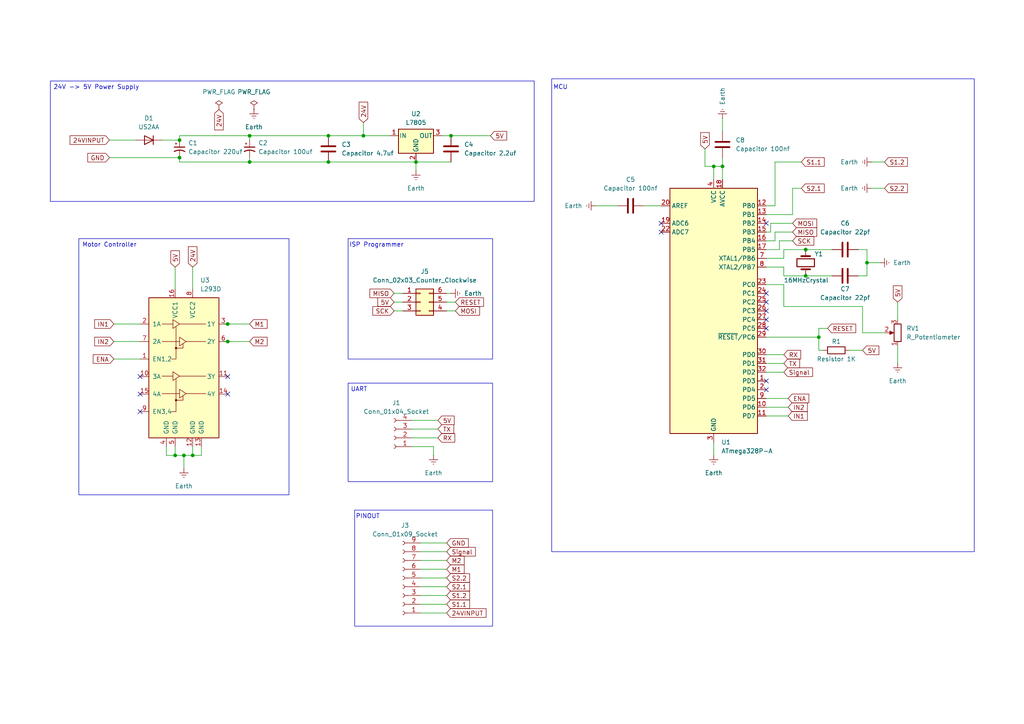
<source format=kicad_sch>
(kicad_sch (version 20231120) (generator "eeschema") (generator_version "8.0")
  (paper "A4")
  (title_block (title "Ball Valve") (date "2024-10-15") (rev "1") (company "IDR"))
  (lib_symbols
    (symbol "Connector:Conn_01x04_Socket" (pin_names (offset 1.016) hide)
      (property "Reference" "J" (at 0 5.08 0))
      (property "Value" "Conn_01x04_Socket" (at 0 -7.62 0))
      (symbol "Conn_01x04_Socket_1_1"
        (arc (start 0 -4.572) (mid -0.5058 -5.08) (end 0 -5.588) (stroke (width 0.1524)))
        (arc (start 0 -2.032) (mid -0.5058 -2.54) (end 0 -3.048) (stroke (width 0.1524)))
        (polyline (pts (xy -1.27 -5.08) (xy -0.508 -5.08)) (stroke (width 0.1524)))
        (polyline (pts (xy -1.27 -2.54) (xy -0.508 -2.54)) (stroke (width 0.1524)))
        (polyline (pts (xy -1.27 0) (xy -0.508 0)) (stroke (width 0.1524)))
        (polyline (pts (xy -1.27 2.54) (xy -0.508 2.54)) (stroke (width 0.1524)))
        (arc (start 0 0.508) (mid -0.5058 0) (end 0 -0.508) (stroke (width 0.1524)))
        (arc (start 0 3.048) (mid -0.5058 2.54) (end 0 2.032) (stroke (width 0.1524)))
        (pin passive line (at -5.08 2.54 0) (length 3.81) (name "Pin_1") (number "1"))
        (pin passive line (at -5.08 0 0) (length 3.81) (name "Pin_2") (number "2"))
        (pin passive line (at -5.08 -2.54 0) (length 3.81) (name "Pin_3") (number "3"))
        (pin passive line (at -5.08 -5.08 0) (length 3.81) (name "Pin_4") (number "4"))
      )
    )
    (symbol "Connector:Conn_01x09_Socket" (pin_names (offset 1.016) hide)
      (property "Reference" "J" (at 0 12.7 0))
      (property "Value" "Conn_01x09_Socket" (at 0 -12.7 0))
      (symbol "Conn_01x09_Socket_1_1"
        (arc (start 0 -9.652) (mid -0.5058 -10.16) (end 0 -10.668) (stroke (width 0.1524)))
        (arc (start 0 -7.112) (mid -0.5058 -7.62) (end 0 -8.128) (stroke (width 0.1524)))
        (arc (start 0 -4.572) (mid -0.5058 -5.08) (end 0 -5.588) (stroke (width 0.1524)))
        (arc (start 0 -2.032) (mid -0.5058 -2.54) (end 0 -3.048) (stroke (width 0.1524)))
        (polyline (pts (xy -1.27 -10.16) (xy -0.508 -10.16)) (stroke (width 0.1524)))
        (polyline (pts (xy -1.27 -7.62) (xy -0.508 -7.62)) (stroke (width 0.1524)))
        (polyline (pts (xy -1.27 -5.08) (xy -0.508 -5.08)) (stroke (width 0.1524)))
        (polyline (pts (xy -1.27 -2.54) (xy -0.508 -2.54)) (stroke (width 0.1524)))
        (polyline (pts (xy -1.27 0) (xy -0.508 0)) (stroke (width 0.1524)))
        (polyline (pts (xy -1.27 2.54) (xy -0.508 2.54)) (stroke (width 0.1524)))
        (polyline (pts (xy -1.27 5.08) (xy -0.508 5.08)) (stroke (width 0.1524)))
        (polyline (pts (xy -1.27 7.62) (xy -0.508 7.62)) (stroke (width 0.1524)))
        (polyline (pts (xy -1.27 10.16) (xy -0.508 10.16)) (stroke (width 0.1524)))
        (arc (start 0 0.508) (mid -0.5058 0) (end 0 -0.508) (stroke (width 0.1524)))
        (arc (start 0 3.048) (mid -0.5058 2.54) (end 0 2.032) (stroke (width 0.1524)))
        (arc (start 0 5.588) (mid -0.5058 5.08) (end 0 4.572) (stroke (width 0.1524)))
        (arc (start 0 8.128) (mid -0.5058 7.62) (end 0 7.112) (stroke (width 0.1524)))
        (arc (start 0 10.668) (mid -0.5058 10.16) (end 0 9.652) (stroke (width 0.1524)))
        (pin passive line (at -5.08 10.16 0) (length 3.81) (name "Pin_1") (number "1"))
        (pin passive line (at -5.08 7.62 0) (length 3.81) (name "Pin_2") (number "2"))
        (pin passive line (at -5.08 5.08 0) (length 3.81) (name "Pin_3") (number "3"))
        (pin passive line (at -5.08 2.54 0) (length 3.81) (name "Pin_4") (number "4"))
        (pin passive line (at -5.08 0 0) (length 3.81) (name "Pin_5") (number "5"))
        (pin passive line (at -5.08 -2.54 0) (length 3.81) (name "Pin_6") (number "6"))
        (pin passive line (at -5.08 -5.08 0) (length 3.81) (name "Pin_7") (number "7"))
        (pin passive line (at -5.08 -7.62 0) (length 3.81) (name "Pin_8") (number "8"))
        (pin passive line (at -5.08 -10.16 0) (length 3.81) (name "Pin_9") (number "9"))
      )
    )
    (symbol "Connector_Generic:Conn_02x03_Counter_Clockwise" (pin_names (offset 1.016) hide)
      (property "Reference" "J" (at 1.27 5.08 0))
      (property "Value" "Conn_02x03_Counter_Clockwise" (at 1.27 -5.08 0))
      (symbol "Conn_02x03_Counter_Clockwise_1_1"
        (rectangle (start -1.27 -2.413) (end 0 -2.667) (stroke (width 0.1524)))
        (rectangle (start -1.27 0.127) (end 0 -0.127) (stroke (width 0.1524)))
        (rectangle (start -1.27 2.667) (end 0 2.413) (stroke (width 0.1524)))
        (rectangle (start -1.27 3.81) (end 3.81 -3.81) (stroke (width 0.254)) (fill (type background)))
        (rectangle (start 3.81 -2.413) (end 2.54 -2.667) (stroke (width 0.1524)))
        (rectangle (start 3.81 0.127) (end 2.54 -0.127) (stroke (width 0.1524)))
        (rectangle (start 3.81 2.667) (end 2.54 2.413) (stroke (width 0.1524)))
        (pin passive line (at -5.08 2.54 0) (length 3.81) (name "Pin_1") (number "1"))
        (pin passive line (at -5.08 0 0) (length 3.81) (name "Pin_2") (number "2"))
        (pin passive line (at -5.08 -2.54 0) (length 3.81) (name "Pin_3") (number "3"))
        (pin passive line (at 7.62 -2.54 180) (length 3.81) (name "Pin_4") (number "4"))
        (pin passive line (at 7.62 0 180) (length 3.81) (name "Pin_5") (number "5"))
        (pin passive line (at 7.62 2.54 180) (length 3.81) (name "Pin_6") (number "6"))
      )
    )
    (symbol "Device:C" (pin_numbers hide) (pin_names (offset 0.254))
      (property "Reference" "C" (at 0.635 2.54 0))
      (property "Value" "C" (at 0.635 -2.54 0))
      (symbol "C_0_1"
        (polyline (pts (xy -2.032 -0.762) (xy 2.032 -0.762)) (stroke (width 0.508)))
        (polyline (pts (xy -2.032 0.762) (xy 2.032 0.762)) (stroke (width 0.508)))
      )
      (symbol "C_1_1"
        (pin passive line (at 0 3.81 270) (length 2.794) (name "~") (number "1"))
        (pin passive line (at 0 -3.81 90) (length 2.794) (name "~") (number "2"))
      )
    )
    (symbol "Device:C_Polarized_Small_US" (pin_numbers hide) (pin_names (offset 0.254) hide)
      (property "Reference" "C" (at 0.254 1.778 0))
      (property "Value" "C_Polarized_Small_US" (at 0.254 -2.032 0))
      (symbol "C_Polarized_Small_US_0_1"
        (polyline (pts (xy -1.524 0.508) (xy 1.524 0.508)) (stroke (width 0.3048)))
        (polyline (pts (xy -1.27 1.524) (xy -0.762 1.524)))
        (polyline (pts (xy -1.016 1.27) (xy -1.016 1.778)))
        (arc (start 1.524 -0.762) (mid 0 -0.3734) (end -1.524 -0.762) (stroke (width 0.3048)))
      )
      (symbol "C_Polarized_Small_US_1_1"
        (pin passive line (at 0 2.54 270) (length 2.032) (name "~") (number "1"))
        (pin passive line (at 0 -2.54 90) (length 2.032) (name "~") (number "2"))
      )
    )
    (symbol "Device:Crystal" (pin_numbers hide) (pin_names (offset 1.016) hide)
      (property "Reference" "Y" (at 0 3.81 0))
      (property "Value" "Crystal" (at 0 -3.81 0))
      (symbol "Crystal_0_1"
        (rectangle (start -1.143 2.54) (end 1.143 -2.54) (stroke (width 0.3048)))
        (polyline (pts (xy -2.54 0) (xy -1.905 0)))
        (polyline (pts (xy -1.905 -1.27) (xy -1.905 1.27)) (stroke (width 0.508)))
        (polyline (pts (xy 1.905 -1.27) (xy 1.905 1.27)) (stroke (width 0.508)))
        (polyline (pts (xy 2.54 0) (xy 1.905 0)))
      )
      (symbol "Crystal_1_1"
        (pin passive line (at -3.81 0 0) (length 1.27) (name "1") (number "1"))
        (pin passive line (at 3.81 0 180) (length 1.27) (name "2") (number "2"))
      )
    )
    (symbol "Device:R" (pin_numbers hide) (pin_names (offset 0))
      (property "Reference" "R" (at 2.032 0 90))
      (property "Value" "R" (at 0 0 90))
      (symbol "R_0_1"
        (rectangle (start -1.016 -2.54) (end 1.016 2.54) (stroke (width 0.254)))
      )
      (symbol "R_1_1"
        (pin passive line (at 0 3.81 270) (length 1.27) (name "~") (number "1"))
        (pin passive line (at 0 -3.81 90) (length 1.27) (name "~") (number "2"))
      )
    )
    (symbol "Device:R_Potentiometer" (pin_names (offset 1.016) hide)
      (property "Reference" "RV" (at -4.445 0 90))
      (property "Value" "R_Potentiometer" (at -2.54 0 90))
      (symbol "R_Potentiometer_0_1"
        (polyline (pts (xy 2.54 0) (xy 1.524 0)))
        (polyline (pts (xy 1.143 0) (xy 2.286 0.508) (xy 2.286 -0.508) (xy 1.143 0)) (fill (type outline)))
        (rectangle (start 1.016 2.54) (end -1.016 -2.54) (stroke (width 0.254)))
      )
      (symbol "R_Potentiometer_1_1"
        (pin passive line (at 0 3.81 270) (length 1.27) (name "1") (number "1"))
        (pin passive line (at 3.81 0 180) (length 1.27) (name "2") (number "2"))
        (pin passive line (at 0 -3.81 90) (length 1.27) (name "3") (number "3"))
      )
    )
    (symbol "Diode:US2AA" (pin_numbers hide) (pin_names hide)
      (property "Reference" "D" (at 0 2.54 0))
      (property "Value" "US2AA" (at 0 -2.54 0))
      (symbol "US2AA_0_1"
        (polyline (pts (xy -1.27 1.27) (xy -1.27 -1.27)) (stroke (width 0.254)))
        (polyline (pts (xy 1.27 0) (xy -1.27 0)))
        (polyline (pts (xy 1.27 1.27) (xy 1.27 -1.27) (xy -1.27 0) (xy 1.27 1.27)) (stroke (width 0.254)))
      )
      (symbol "US2AA_1_1"
        (pin passive line (at -3.81 0 0) (length 2.54) (name "K") (number "1"))
        (pin passive line (at 3.81 0 180) (length 2.54) (name "A") (number "2"))
      )
    )
    (symbol "Driver_Motor:L293D" (pin_names (offset 1.016))
      (property "Reference" "U" (at -5.08 26.035 0))
      (property "Value" "L293D" (at -5.08 24.13 0))
      (symbol "L293D_0_1"
        (rectangle (start -10.16 22.86) (end 10.16 -17.78) (stroke (width 0.254)) (fill (type background)))
        (circle (center -2.286 -6.858) (radius 0.254) (fill (type outline)))
        (circle (center -2.286 8.255) (radius 0.254) (fill (type outline)))
        (polyline (pts (xy -6.35 -4.953) (xy -1.27 -4.953)))
        (polyline (pts (xy -6.35 0.127) (xy -3.175 0.127)))
        (polyline (pts (xy -6.35 10.16) (xy -1.27 10.16)))
        (polyline (pts (xy -6.35 15.24) (xy -3.175 15.24)))
        (polyline (pts (xy -1.27 0.127) (xy 6.35 0.127)))
        (polyline (pts (xy -1.27 15.24) (xy 6.35 15.24)))
        (polyline (pts (xy 0.635 -4.953) (xy 6.35 -4.953)))
        (polyline (pts (xy 0.635 10.16) (xy 6.35 10.16)))
        (polyline (pts (xy -2.286 -6.858) (xy -0.254 -6.858) (xy -0.254 -5.588)))
        (polyline (pts (xy -2.286 -0.635) (xy -2.286 -10.16) (xy -3.556 -10.16)))
        (polyline (pts (xy -2.286 8.255) (xy -0.254 8.255) (xy -0.254 9.525)))
        (polyline (pts (xy -2.286 14.478) (xy -2.286 5.08) (xy -3.556 5.08)))
        (polyline (pts (xy -3.175 1.397) (xy -3.175 -1.143) (xy -1.27 0.127) (xy -3.175 1.397)))
        (polyline (pts (xy -3.175 16.51) (xy -3.175 13.97) (xy -1.27 15.24) (xy -3.175 16.51)))
        (polyline (pts (xy -1.27 -3.683) (xy -1.27 -6.223) (xy 0.635 -4.953) (xy -1.27 -3.683)))
        (polyline (pts (xy -1.27 11.43) (xy -1.27 8.89) (xy 0.635 10.16) (xy -1.27 11.43)))
      )
      (symbol "L293D_1_1"
        (pin input line (at -12.7 5.08 0) (length 2.54) (name "EN1,2") (number "1"))
        (pin input line (at -12.7 0 0) (length 2.54) (name "3A") (number "10"))
        (pin output line (at 12.7 0 180) (length 2.54) (name "3Y") (number "11"))
        (pin power_in line (at 2.54 -20.32 90) (length 2.54) (name "GND") (number "12"))
        (pin power_in line (at 5.08 -20.32 90) (length 2.54) (name "GND") (number "13"))
        (pin output line (at 12.7 -5.08 180) (length 2.54) (name "4Y") (number "14"))
        (pin input line (at -12.7 -5.08 0) (length 2.54) (name "4A") (number "15"))
        (pin power_in line (at -2.54 25.4 270) (length 2.54) (name "VCC1") (number "16"))
        (pin input line (at -12.7 15.24 0) (length 2.54) (name "1A") (number "2"))
        (pin output line (at 12.7 15.24 180) (length 2.54) (name "1Y") (number "3"))
        (pin power_in line (at -5.08 -20.32 90) (length 2.54) (name "GND") (number "4"))
        (pin power_in line (at -2.54 -20.32 90) (length 2.54) (name "GND") (number "5"))
        (pin output line (at 12.7 10.16 180) (length 2.54) (name "2Y") (number "6"))
        (pin input line (at -12.7 10.16 0) (length 2.54) (name "2A") (number "7"))
        (pin power_in line (at 2.54 25.4 270) (length 2.54) (name "VCC2") (number "8"))
        (pin input line (at -12.7 -10.16 0) (length 2.54) (name "EN3,4") (number "9"))
      )
    )
    (symbol "MCU_Microchip_ATmega:ATmega328P-A"
      (property "Reference" "U" (at -12.7 36.83 0))
      (property "Value" "ATmega328P-A" (at 2.54 -36.83 0))
      (symbol "ATmega328P-A_0_1"
        (rectangle (start -12.7 -35.56) (end 12.7 35.56) (stroke (width 0.254)) (fill (type background)))
      )
      (symbol "ATmega328P-A_1_1"
        (pin bidirectional line (at 15.24 -20.32 180) (length 2.54) (name "PD3") (number "1"))
        (pin bidirectional line (at 15.24 -27.94 180) (length 2.54) (name "PD6") (number "10"))
        (pin bidirectional line (at 15.24 -30.48 180) (length 2.54) (name "PD7") (number "11"))
        (pin bidirectional line (at 15.24 30.48 180) (length 2.54) (name "PB0") (number "12"))
        (pin bidirectional line (at 15.24 27.94 180) (length 2.54) (name "PB1") (number "13"))
        (pin bidirectional line (at 15.24 25.4 180) (length 2.54) (name "PB2") (number "14"))
        (pin bidirectional line (at 15.24 22.86 180) (length 2.54) (name "PB3") (number "15"))
        (pin bidirectional line (at 15.24 20.32 180) (length 2.54) (name "PB4") (number "16"))
        (pin bidirectional line (at 15.24 17.78 180) (length 2.54) (name "PB5") (number "17"))
        (pin power_in line (at 2.54 38.1 270) (length 2.54) (name "AVCC") (number "18"))
        (pin input line (at -15.24 25.4 0) (length 2.54) (name "ADC6") (number "19"))
        (pin bidirectional line (at 15.24 -22.86 180) (length 2.54) (name "PD4") (number "2"))
        (pin passive line (at -15.24 30.48 0) (length 2.54) (name "AREF") (number "20"))
        (pin passive line (at 0 -38.1 90) (length 2.54) hide (name "GND") (number "21"))
        (pin input line (at -15.24 22.86 0) (length 2.54) (name "ADC7") (number "22"))
        (pin bidirectional line (at 15.24 7.62 180) (length 2.54) (name "PC0") (number "23"))
        (pin bidirectional line (at 15.24 5.08 180) (length 2.54) (name "PC1") (number "24"))
        (pin bidirectional line (at 15.24 2.54 180) (length 2.54) (name "PC2") (number "25"))
        (pin bidirectional line (at 15.24 0 180) (length 2.54) (name "PC3") (number "26"))
        (pin bidirectional line (at 15.24 -2.54 180) (length 2.54) (name "PC4") (number "27"))
        (pin bidirectional line (at 15.24 -5.08 180) (length 2.54) (name "PC5") (number "28"))
        (pin bidirectional line (at 15.24 -7.62 180) (length 2.54) (name "~{RESET}/PC6") (number "29"))
        (pin power_in line (at 0 -38.1 90) (length 2.54) (name "GND") (number "3"))
        (pin bidirectional line (at 15.24 -12.7 180) (length 2.54) (name "PD0") (number "30"))
        (pin bidirectional line (at 15.24 -15.24 180) (length 2.54) (name "PD1") (number "31"))
        (pin bidirectional line (at 15.24 -17.78 180) (length 2.54) (name "PD2") (number "32"))
        (pin power_in line (at 0 38.1 270) (length 2.54) (name "VCC") (number "4"))
        (pin passive line (at 0 -38.1 90) (length 2.54) hide (name "GND") (number "5"))
        (pin passive line (at 0 38.1 270) (length 2.54) hide (name "VCC") (number "6"))
        (pin bidirectional line (at 15.24 15.24 180) (length 2.54) (name "XTAL1/PB6") (number "7"))
        (pin bidirectional line (at 15.24 12.7 180) (length 2.54) (name "XTAL2/PB7") (number "8"))
        (pin bidirectional line (at 15.24 -25.4 180) (length 2.54) (name "PD5") (number "9"))
      )
    )
    (symbol "Regulator_Linear:L7805" (pin_names (offset 0.254))
      (property "Reference" "U" (at -3.81 3.175 0))
      (property "Value" "L7805" (at 0 3.175 0))
      (symbol "L7805_0_1"
        (rectangle (start -5.08 1.905) (end 5.08 -5.08) (stroke (width 0.254)) (fill (type background)))
      )
      (symbol "L7805_1_1"
        (pin power_in line (at -7.62 0 0) (length 2.54) (name "IN") (number "1"))
        (pin power_in line (at 0 -7.62 90) (length 2.54) (name "GND") (number "2"))
        (pin power_out line (at 7.62 0 180) (length 2.54) (name "OUT") (number "3"))
      )
    )
    (symbol "power:Earth" (power) (pin_numbers hide) (pin_names (offset 0) hide)
      (property "Value" "Earth" (at 0 -3.81 0))
      (symbol "Earth_0_1"
        (polyline (pts (xy -0.635 -1.905) (xy 0.635 -1.905)))
        (polyline (pts (xy -0.127 -2.54) (xy 0.127 -2.54)))
        (polyline (pts (xy 0 -1.27) (xy 0 0)))
        (polyline (pts (xy 1.27 -1.27) (xy -1.27 -1.27)))
      )
      (symbol "Earth_1_1"
        (pin power_in line (at 0 0 270) (length 0) (name "~") (number "1"))
      )
    )
    (symbol "power:PWR_FLAG" (power) (pin_numbers hide) (pin_names (offset 0) hide)
      (property "Value" "PWR_FLAG" (at 0 3.81 0))
      (symbol "PWR_FLAG_0_0"
        (pin power_out line (at 0 0 90) (length 0) (name "~") (number "1"))
      )
      (symbol "PWR_FLAG_0_1"
        (polyline (pts (xy 0 0) (xy 0 1.27) (xy -1.016 1.905) (xy 0 2.54) (xy 1.016 1.905) (xy 0 1.27)))
      )
    )
  )
  (junction (at 72.39 39.37))
  (junction (at 50.8 132.08))
  (junction (at 105.41 39.37))
  (junction (at 120.65 46.99))
  (junction (at 95.25 46.99))
  (junction (at 95.25 39.37))
  (junction (at 72.39 46.99))
  (junction (at 66.04 99.06))
  (junction (at 237.49 97.79))
  (junction (at 52.07 45.72))
  (junction (at 233.68 80.01))
  (junction (at 251.46 76.2))
  (junction (at 130.81 39.37))
  (junction (at 209.55 48.26))
  (junction (at 207.01 48.26))
  (junction (at 233.68 72.39))
  (junction (at 52.07 40.64))
  (junction (at 66.04 93.98))
  (junction (at 55.88 132.08))
  (junction (at 53.34 132.08))
  (no_connect (at 66.04 114.3))
  (no_connect (at 222.25 64.77))
  (no_connect (at 66.04 109.22))
  (no_connect (at 191.77 64.77))
  (no_connect (at 222.25 87.63))
  (no_connect (at 222.25 110.49))
  (no_connect (at 40.64 109.22))
  (no_connect (at 40.64 119.38))
  (no_connect (at 222.25 92.71))
  (no_connect (at 222.25 113.03))
  (no_connect (at 222.25 85.09))
  (no_connect (at 222.25 95.25))
  (no_connect (at 40.64 114.3))
  (no_connect (at 191.77 67.31))
  (no_connect (at 222.25 90.17))
  (wire (pts (xy 55.88 129.54) (xy 55.88 132.08)))
  (wire (pts (xy 260.35 100.33) (xy 260.35 105.41)))
  (wire (pts (xy 46.99 40.64) (xy 52.07 40.64)))
  (wire (pts (xy 237.49 101.6) (xy 237.49 97.79)))
  (wire (pts (xy 119.38 124.46) (xy 127 124.46)))
  (wire (pts (xy 252.73 54.61) (xy 256.54 54.61)))
  (wire (pts (xy 222.25 105.41) (xy 227.33 105.41)))
  (wire (pts (xy 224.79 59.69) (xy 224.79 46.99)))
  (wire (pts (xy 72.39 46.99) (xy 95.25 46.99)))
  (wire (pts (xy 229.87 54.61) (xy 232.41 54.61)))
  (wire (pts (xy 227.33 80.01) (xy 233.68 80.01)))
  (wire (pts (xy 222.25 82.55) (xy 227.33 82.55)))
  (wire (pts (xy 233.68 72.39) (xy 241.3 72.39)))
  (wire (pts (xy 53.34 132.08) (xy 55.88 132.08)))
  (wire (pts (xy 114.3 90.17) (xy 116.84 90.17)))
  (wire (pts (xy 260.35 87.63) (xy 260.35 92.71)))
  (wire (pts (xy 227.33 88.9) (xy 250.19 88.9)))
  (wire (pts (xy 119.38 129.54) (xy 125.73 129.54)))
  (wire (pts (xy 95.25 39.37) (xy 105.41 39.37)))
  (wire (pts (xy 222.25 115.57) (xy 228.6 115.57)))
  (wire (pts (xy 52.07 39.37) (xy 52.07 40.64)))
  (wire (pts (xy 186.69 59.69) (xy 191.77 59.69)))
  (wire (pts (xy 222.25 72.39) (xy 226.06 72.39)))
  (wire (pts (xy 33.02 104.14) (xy 40.64 104.14)))
  (wire (pts (xy 121.92 160.02) (xy 129.54 160.02)))
  (wire (pts (xy 250.19 88.9) (xy 250.19 96.52)))
  (wire (pts (xy 207.01 48.26) (xy 209.55 48.26)))
  (wire (pts (xy 121.92 162.56) (xy 129.54 162.56)))
  (wire (pts (xy 227.33 74.93) (xy 227.33 72.39)))
  (wire (pts (xy 223.52 67.31) (xy 222.25 67.31)))
  (wire (pts (xy 251.46 80.01) (xy 251.46 76.2)))
  (wire (pts (xy 48.26 129.54) (xy 48.26 132.08)))
  (wire (pts (xy 222.25 62.23) (xy 229.87 62.23)))
  (wire (pts (xy 222.25 74.93) (xy 227.33 74.93)))
  (wire (pts (xy 121.92 165.1) (xy 129.54 165.1)))
  (wire (pts (xy 121.92 157.48) (xy 129.54 157.48)))
  (wire (pts (xy 209.55 45.72) (xy 209.55 48.26)))
  (wire (pts (xy 114.3 85.09) (xy 116.84 85.09)))
  (wire (pts (xy 252.73 46.99) (xy 256.54 46.99)))
  (wire (pts (xy 246.38 101.6) (xy 250.19 101.6)))
  (wire (pts (xy 31.75 45.72) (xy 52.07 45.72)))
  (wire (pts (xy 223.52 64.77) (xy 223.52 67.31)))
  (wire (pts (xy 222.25 102.87) (xy 227.33 102.87)))
  (wire (pts (xy 172.72 59.69) (xy 179.07 59.69)))
  (wire (pts (xy 222.25 107.95) (xy 227.33 107.95)))
  (wire (pts (xy 119.38 121.92) (xy 127 121.92)))
  (wire (pts (xy 66.04 99.06) (xy 72.39 99.06)))
  (wire (pts (xy 222.25 118.11) (xy 228.6 118.11)))
  (wire (pts (xy 52.07 39.37) (xy 72.39 39.37)))
  (wire (pts (xy 48.26 132.08) (xy 50.8 132.08)))
  (wire (pts (xy 72.39 39.37) (xy 72.39 40.64)))
  (wire (pts (xy 209.55 48.26) (xy 209.55 52.07)))
  (wire (pts (xy 129.54 85.09) (xy 130.81 85.09)))
  (wire (pts (xy 121.92 170.18) (xy 129.54 170.18)))
  (wire (pts (xy 229.87 62.23) (xy 229.87 54.61)))
  (wire (pts (xy 224.79 67.31) (xy 224.79 69.85)))
  (wire (pts (xy 227.33 77.47) (xy 227.33 80.01)))
  (wire (pts (xy 226.06 69.85) (xy 226.06 72.39)))
  (wire (pts (xy 114.3 87.63) (xy 116.84 87.63)))
  (wire (pts (xy 120.65 46.99) (xy 130.81 46.99)))
  (wire (pts (xy 72.39 45.72) (xy 72.39 46.99)))
  (wire (pts (xy 58.42 132.08) (xy 58.42 129.54)))
  (wire (pts (xy 222.25 97.79) (xy 237.49 97.79)))
  (wire (pts (xy 224.79 69.85) (xy 222.25 69.85)))
  (wire (pts (xy 233.68 80.01) (xy 241.3 80.01)))
  (wire (pts (xy 121.92 172.72) (xy 129.54 172.72)))
  (wire (pts (xy 224.79 67.31) (xy 229.87 67.31)))
  (wire (pts (xy 105.41 35.56) (xy 105.41 39.37)))
  (wire (pts (xy 237.49 101.6) (xy 238.76 101.6)))
  (wire (pts (xy 120.65 46.99) (xy 120.65 49.53)))
  (wire (pts (xy 222.25 77.47) (xy 227.33 77.47)))
  (wire (pts (xy 33.02 93.98) (xy 40.64 93.98)))
  (wire (pts (xy 50.8 129.54) (xy 50.8 132.08)))
  (wire (pts (xy 130.81 39.37) (xy 128.27 39.37)))
  (wire (pts (xy 50.8 132.08) (xy 53.34 132.08)))
  (wire (pts (xy 204.47 48.26) (xy 204.47 43.18)))
  (wire (pts (xy 222.25 59.69) (xy 224.79 59.69)))
  (wire (pts (xy 52.07 46.99) (xy 72.39 46.99)))
  (wire (pts (xy 207.01 48.26) (xy 207.01 52.07)))
  (wire (pts (xy 72.39 39.37) (xy 95.25 39.37)))
  (wire (pts (xy 240.03 95.25) (xy 237.49 95.25)))
  (wire (pts (xy 55.88 77.47) (xy 55.88 83.82)))
  (wire (pts (xy 33.02 99.06) (xy 40.64 99.06)))
  (wire (pts (xy 248.92 80.01) (xy 251.46 80.01)))
  (wire (pts (xy 130.81 39.37) (xy 142.24 39.37)))
  (wire (pts (xy 250.19 96.52) (xy 256.54 96.52)))
  (wire (pts (xy 53.34 132.08) (xy 53.34 135.89)))
  (wire (pts (xy 207.01 128.27) (xy 207.01 132.08)))
  (wire (pts (xy 251.46 76.2) (xy 255.27 76.2)))
  (wire (pts (xy 95.25 46.99) (xy 120.65 46.99)))
  (wire (pts (xy 121.92 177.8) (xy 129.54 177.8)))
  (wire (pts (xy 129.54 90.17) (xy 132.08 90.17)))
  (wire (pts (xy 121.92 175.26) (xy 129.54 175.26)))
  (wire (pts (xy 224.79 46.99) (xy 232.41 46.99)))
  (wire (pts (xy 119.38 127) (xy 127 127)))
  (wire (pts (xy 237.49 95.25) (xy 237.49 97.79)))
  (wire (pts (xy 105.41 39.37) (xy 113.03 39.37)))
  (wire (pts (xy 223.52 64.77) (xy 229.87 64.77)))
  (wire (pts (xy 129.54 87.63) (xy 132.08 87.63)))
  (wire (pts (xy 209.55 34.29) (xy 209.55 38.1)))
  (wire (pts (xy 64.77 99.06) (xy 66.04 99.06)))
  (wire (pts (xy 227.33 72.39) (xy 233.68 72.39)))
  (wire (pts (xy 50.8 77.47) (xy 50.8 83.82)))
  (wire (pts (xy 222.25 120.65) (xy 228.6 120.65)))
  (wire (pts (xy 204.47 48.26) (xy 207.01 48.26)))
  (wire (pts (xy 226.06 69.85) (xy 229.87 69.85)))
  (wire (pts (xy 121.92 167.64) (xy 129.54 167.64)))
  (wire (pts (xy 227.33 82.55) (xy 227.33 88.9)))
  (wire (pts (xy 31.75 40.64) (xy 39.37 40.64)))
  (wire (pts (xy 66.04 93.98) (xy 72.39 93.98)))
  (wire (pts (xy 125.73 129.54) (xy 125.73 132.08)))
  (wire (pts (xy 64.77 93.98) (xy 66.04 93.98)))
  (wire (pts (xy 55.88 132.08) (xy 58.42 132.08)))
  (wire (pts (xy 251.46 72.39) (xy 248.92 72.39)))
  (wire (pts (xy 251.46 76.2) (xy 251.46 72.39)))
  (wire (pts (xy 52.07 46.99) (xy 52.07 45.72)))
  (rectangle (start 22.86 69.215) (end 83.82 143.51))
  (rectangle (start 102.87 147.955) (end 142.875 181.61))
  (rectangle (start 160.02 22.86) (end 282.575 160.02))
  (rectangle (start 14.605 23.495) (end 154.94 58.42))
  (rectangle (start 100.965 111.125) (end 142.875 139.7))
  (rectangle (start 100.965 69.215) (end 142.875 104.14))
  (text "UART" (at 104.14 113.03 0) (effects (font (size 1.27 1.27))))
  (text "24V -> 5V Power Supply" (at 27.94 25.4 0) (effects (font (size 1.27 1.27))))
  (text "PINOUT" (at 106.68 149.86 0) (effects (font (size 1.27 1.27))))
  (text "MCU\n" (at 162.56 25.4 0) (effects (font (size 1.27 1.27))))
  (text "ISP Programmer" (at 109.22 71.12 0) (effects (font (size 1.27 1.27))))
  (text "Motor Controller" (at 31.75 71.12 0) (effects (font (size 1.27 1.27))))
  (global_label "24V" (shape input) (at 55.88 77.47 90) (property "Intersheetrefs" "${INTERSHEET_REFS}" (effects (hide yes))))
  (global_label "S2.1" (shape input) (at 129.54 170.18 0) (property "Intersheetrefs" "${INTERSHEET_REFS}" (effects (hide yes))))
  (global_label "5V" (shape input) (at 250.19 101.6 0) (property "Intersheetrefs" "${INTERSHEET_REFS}" (effects (hide yes))))
  (global_label "5V" (shape input) (at 204.47 43.18 90) (property "Intersheetrefs" "${INTERSHEET_REFS}" (effects (hide yes))))
  (global_label "M2" (shape input) (at 129.54 162.56 0) (property "Intersheetrefs" "${INTERSHEET_REFS}" (effects (hide yes))))
  (global_label "Signal" (shape input) (at 129.54 160.02 0) (property "Intersheetrefs" "${INTERSHEET_REFS}" (effects (hide yes))))
  (global_label "M2" (shape input) (at 72.39 99.06 0) (property "Intersheetrefs" "${INTERSHEET_REFS}" (effects (hide yes))))
  (global_label "MISO" (shape input) (at 229.87 67.31 0) (property "Intersheetrefs" "${INTERSHEET_REFS}" (effects (hide yes))))
  (global_label "IN1" (shape input) (at 33.02 93.98 180) (property "Intersheetrefs" "${INTERSHEET_REFS}" (effects (hide yes))))
  (global_label "ENA" (shape input) (at 33.02 104.14 180) (property "Intersheetrefs" "${INTERSHEET_REFS}" (effects (hide yes))))
  (global_label "MISO" (shape input) (at 114.3 85.09 180) (property "Intersheetrefs" "${INTERSHEET_REFS}" (effects (hide yes))))
  (global_label "24VINPUT" (shape input) (at 31.75 40.64 180) (property "Intersheetrefs" "${INTERSHEET_REFS}" (effects (hide yes))))
  (global_label "Signal" (shape input) (at 227.33 107.95 0) (property "Intersheetrefs" "${INTERSHEET_REFS}" (effects (hide yes))))
  (global_label "ENA" (shape input) (at 228.6 115.57 0) (property "Intersheetrefs" "${INTERSHEET_REFS}" (effects (hide yes))))
  (global_label "IN1" (shape input) (at 228.6 120.65 0) (property "Intersheetrefs" "${INTERSHEET_REFS}" (effects (hide yes))))
  (global_label "24V" (shape input) (at 105.41 35.56 90) (property "Intersheetrefs" "${INTERSHEET_REFS}" (effects (hide yes))))
  (global_label "S1.2" (shape input) (at 256.54 46.99 0) (property "Intersheetrefs" "${INTERSHEET_REFS}" (effects (hide yes))))
  (global_label "RESET" (shape input) (at 132.08 87.63 0) (property "Intersheetrefs" "${INTERSHEET_REFS}" (effects (hide yes))))
  (global_label "GND" (shape input) (at 129.54 157.48 0) (property "Intersheetrefs" "${INTERSHEET_REFS}" (effects (hide yes))))
  (global_label "5V" (shape input) (at 114.3 87.63 180) (property "Intersheetrefs" "${INTERSHEET_REFS}" (effects (hide yes))))
  (global_label "RX" (shape input) (at 127 127 0) (property "Intersheetrefs" "${INTERSHEET_REFS}" (effects (hide yes))))
  (global_label "MOSI" (shape input) (at 229.87 64.77 0) (property "Intersheetrefs" "${INTERSHEET_REFS}" (effects (hide yes))))
  (global_label "S2.2" (shape input) (at 129.54 167.64 0) (property "Intersheetrefs" "${INTERSHEET_REFS}" (effects (hide yes))))
  (global_label "5V" (shape input) (at 260.35 87.63 90) (property "Intersheetrefs" "${INTERSHEET_REFS}" (effects (hide yes))))
  (global_label "24V" (shape input) (at 63.5 31.75 270) (property "Intersheetrefs" "${INTERSHEET_REFS}" (effects (hide yes))))
  (global_label "5V" (shape input) (at 127 121.92 0) (property "Intersheetrefs" "${INTERSHEET_REFS}" (effects (hide yes))))
  (global_label "S2.2" (shape input) (at 256.54 54.61 0) (property "Intersheetrefs" "${INTERSHEET_REFS}" (effects (hide yes))))
  (global_label "S1.2" (shape input) (at 129.54 172.72 0) (property "Intersheetrefs" "${INTERSHEET_REFS}" (effects (hide yes))))
  (global_label "GND" (shape input) (at 31.75 45.72 180) (property "Intersheetrefs" "${INTERSHEET_REFS}" (effects (hide yes))))
  (global_label "IN2" (shape input) (at 228.6 118.11 0) (property "Intersheetrefs" "${INTERSHEET_REFS}" (effects (hide yes))))
  (global_label "M1" (shape input) (at 72.39 93.98 0) (property "Intersheetrefs" "${INTERSHEET_REFS}" (effects (hide yes))))
  (global_label "RX" (shape input) (at 227.33 102.87 0) (property "Intersheetrefs" "${INTERSHEET_REFS}" (effects (hide yes))))
  (global_label "MOSI" (shape input) (at 132.08 90.17 0) (property "Intersheetrefs" "${INTERSHEET_REFS}" (effects (hide yes))))
  (global_label "SCK" (shape input) (at 114.3 90.17 180) (property "Intersheetrefs" "${INTERSHEET_REFS}" (effects (hide yes))))
  (global_label "S1.1" (shape input) (at 232.41 46.99 0) (property "Intersheetrefs" "${INTERSHEET_REFS}" (effects (hide yes))))
  (global_label "RESET" (shape input) (at 240.03 95.25 0) (property "Intersheetrefs" "${INTERSHEET_REFS}" (effects (hide yes))))
  (global_label "S2.1" (shape input) (at 232.41 54.61 0) (property "Intersheetrefs" "${INTERSHEET_REFS}" (effects (hide yes))))
  (global_label "24VINPUT" (shape input) (at 129.54 177.8 0) (property "Intersheetrefs" "${INTERSHEET_REFS}" (effects (hide yes))))
  (global_label "M1" (shape input) (at 129.54 165.1 0) (property "Intersheetrefs" "${INTERSHEET_REFS}" (effects (hide yes))))
  (global_label "S1.1" (shape input) (at 129.54 175.26 0) (property "Intersheetrefs" "${INTERSHEET_REFS}" (effects (hide yes))))
  (global_label "5V" (shape input) (at 50.8 77.47 90) (property "Intersheetrefs" "${INTERSHEET_REFS}" (effects (hide yes))))
  (global_label "TX" (shape input) (at 127 124.46 0) (property "Intersheetrefs" "${INTERSHEET_REFS}" (effects (hide yes))))
  (global_label "IN2" (shape input) (at 33.02 99.06 180) (property "Intersheetrefs" "${INTERSHEET_REFS}" (effects (hide yes))))
  (global_label "SCK" (shape input) (at 229.87 69.85 0) (property "Intersheetrefs" "${INTERSHEET_REFS}" (effects (hide yes))))
  (global_label "5V" (shape input) (at 142.24 39.37 0) (property "Intersheetrefs" "${INTERSHEET_REFS}" (effects (hide yes))))
  (global_label "TX" (shape input) (at 227.33 105.41 0) (property "Intersheetrefs" "${INTERSHEET_REFS}" (effects (hide yes))))
  (symbol (lib_id "Device:R_Potentiometer") (at 260.35 96.52 180) (unit 1)
    (property "Reference" "RV1" (at 262.89 95.2499 0) (effects (justify right)))
    (property "Value" "R_Potentiometer" (at 262.89 97.7899 0) (effects (justify right)))
    (property "Footprint" "Potentiometer_THT:Potentiometer_Piher_PT-10-V10_Vertical_Hole" (effects (hide yes)))
    (property "Description" "Potentiometer" (effects (hide yes)))
  )
  (symbol (lib_id "Device:C") (at 245.11 80.01 90) (unit 1)
    (property "Reference" "C7" (at 245.11 83.82 90))
    (property "Value" "Capacitor 22pf" (at 245.11 86.36 90))
    (property "Footprint" "Capacitor_SMD:C_0805_2012Metric_Pad1.18x1.45mm_HandSolder" (effects (hide yes)))
    (property "Description" "Unpolarized capacitor" (effects (hide yes)))
  )
  (symbol (lib_id "Regulator_Linear:L7805") (at 120.65 39.37 0) (unit 1)
    (property "Reference" "U2" (at 120.65 33.02 0))
    (property "Value" "L7805" (at 120.65 35.56 0))
    (property "Footprint" "Package_TO_SOT_SMD:TO-252-2" (effects (hide yes)))
    (property "Datasheet" "http://www.st.com/content/ccc/resource/technical/document/datasheet/41/4f/b3/b0/12/d4/47/88/CD00000444.pdf/files/CD00000444.pdf/jcr:content/translations/en.CD00000444.pdf" (effects (hide yes)))
    (property "Description" "Positive 1.5A 35V Linear Regulator, Fixed Output 5V, TO-220/TO-263/TO-252" (effects (hide yes)))
  )
  (symbol (lib_id "Device:C_Polarized_Small_US") (at 72.39 43.18 0) (unit 1)
    (property "Reference" "C2" (at 74.93 41.4781 0) (effects (justify left)))
    (property "Value" "Capacitor 100uf" (at 74.93 44.0181 0) (effects (justify left)))
    (property "Footprint" "Capacitor_SMD:CP_Elec_6.3x7.7" (effects (hide yes)))
    (property "Description" "Polarized capacitor, small US symbol" (effects (hide yes)))
  )
  (symbol (lib_id "power:Earth") (at 207.01 132.08 0) (unit 1)
    (property "Reference" "#PWR03" (effects (hide yes)))
    (property "Value" "Earth" (at 207.01 137.16 0))
    (property "Description" "Power symbol creates a global label with name \"Earth\"" (effects (hide yes)))
  )
  (symbol (lib_id "Device:C") (at 182.88 59.69 90) (unit 1)
    (property "Reference" "C5" (at 182.88 52.07 90))
    (property "Value" "Capacitor 100nf" (at 182.88 54.61 90))
    (property "Footprint" "Capacitor_SMD:C_0805_2012Metric_Pad1.18x1.45mm_HandSolder" (effects (hide yes)))
    (property "Description" "Unpolarized capacitor" (effects (hide yes)))
  )
  (symbol (lib_id "Driver_Motor:L293D") (at 53.34 109.22 0) (unit 1)
    (property "Reference" "U3" (at 58.0741 81.28 0) (effects (justify left)))
    (property "Value" "L293D" (at 58.0741 83.82 0) (effects (justify left)))
    (property "Footprint" "Package_DIP:DIP-16_W7.62mm" (effects (hide yes)))
    (property "Datasheet" "http://www.ti.com/lit/ds/symlink/l293.pdf" (effects (hide yes)))
    (property "Description" "Quadruple Half-H Drivers" (effects (hide yes)))
  )
  (symbol (lib_id "power:Earth") (at 252.73 46.99 270) (unit 1)
    (property "Reference" "#PWR05" (effects (hide yes)))
    (property "Value" "Earth" (at 248.92 46.99 90) (effects (justify right)))
    (property "Description" "Power symbol creates a global label with name \"Earth\"" (effects (hide yes)))
  )
  (symbol (lib_id "power:Earth") (at 172.72 59.69 270) (unit 1)
    (property "Reference" "#PWR02" (effects (hide yes)))
    (property "Value" "Earth" (at 168.91 59.6899 90) (effects (justify right)))
    (property "Description" "Power symbol creates a global label with name \"Earth\"" (effects (hide yes)))
  )
  (symbol (lib_id "Diode:US2AA") (at 43.18 40.64 180) (unit 1)
    (property "Reference" "D1" (at 43.18 34.29 0))
    (property "Value" "US2AA" (at 43.18 36.83 0))
    (property "Footprint" "Diode_SMD:D_SMB" (effects (hide yes)))
    (property "Datasheet" "https://www.onsemi.com/pub/Collateral/US2AA-D.PDF" (effects (hide yes)))
    (property "Description" "50V, 1.5A, General Purpose Rectifier Diode, SMA(DO-214AC)" (effects (hide yes)))
    (property "Sim.Device" "D" (effects (hide yes)))
    (property "Sim.Pins" "1=K 2=A" (effects (hide yes)))
  )
  (symbol (lib_id "Device:C_Polarized_Small_US") (at 52.07 43.18 0) (unit 1)
    (property "Reference" "C1" (at 54.61 41.4781 0) (effects (justify left)))
    (property "Value" "Capacitor 220uf" (at 54.61 44.0181 0) (effects (justify left)))
    (property "Footprint" "Capacitor_SMD:CP_Elec_10x10.5" (effects (hide yes)))
    (property "Description" "Polarized capacitor, small US symbol" (effects (hide yes)))
  )
  (symbol (lib_id "power:Earth") (at 130.81 85.09 90) (unit 1)
    (property "Reference" "#PWR010" (effects (hide yes)))
    (property "Value" "Earth" (at 134.62 85.0899 90) (effects (justify right)))
    (property "Description" "Power symbol creates a global label with name \"Earth\"" (effects (hide yes)))
  )
  (symbol (lib_id "power:PWR_FLAG") (at 63.5 31.75 0) (unit 1)
    (property "Reference" "#FLG01" (effects (hide yes)))
    (property "Value" "PWR_FLAG" (at 63.5 26.67 0))
    (property "Description" "Special symbol for telling ERC where power comes from" (effects (hide yes)))
  )
  (symbol (lib_id "power:Earth") (at 260.35 105.41 0) (unit 1)
    (property "Reference" "#PWR08" (effects (hide yes)))
    (property "Value" "Earth" (at 260.35 110.49 0))
    (property "Description" "Power symbol creates a global label with name \"Earth\"" (effects (hide yes)))
  )
  (symbol (lib_id "Connector:Conn_01x04_Socket") (at 114.3 127 180) (unit 1)
    (property "Reference" "J1" (at 114.935 116.84 0))
    (property "Value" "Conn_01x04_Socket" (at 114.935 119.38 0))
    (property "Footprint" "Connector_PinHeader_2.54mm:PinHeader_1x04_P2.54mm_Vertical" (effects (hide yes)))
    (property "Description" "Generic connector, single row, 01x04, script generated" (effects (hide yes)))
  )
  (symbol (lib_id "Device:C") (at 245.11 72.39 90) (unit 1)
    (property "Reference" "C6" (at 245.11 64.77 90))
    (property "Value" "Capacitor 22pf" (at 245.11 67.31 90))
    (property "Footprint" "Capacitor_SMD:C_0805_2012Metric_Pad1.18x1.45mm_HandSolder" (effects (hide yes)))
    (property "Description" "Unpolarized capacitor" (effects (hide yes)))
  )
  (symbol (lib_id "power:Earth") (at 125.73 132.08 0) (unit 1)
    (property "Reference" "#PWR011" (effects (hide yes)))
    (property "Value" "Earth" (at 125.73 137.16 0))
    (property "Description" "Power symbol creates a global label with name \"Earth\"" (effects (hide yes)))
  )
  (symbol (lib_id "Connector_Generic:Conn_02x03_Counter_Clockwise") (at 121.92 87.63 0) (unit 1)
    (property "Reference" "J5" (at 123.19 78.74 0))
    (property "Value" "Conn_02x03_Counter_Clockwise" (at 123.19 81.28 0))
    (property "Footprint" "Connector_PinHeader_2.54mm:PinHeader_2x03_P2.54mm_Vertical" (effects (hide yes)))
    (property "Description" "Generic connector, double row, 02x03, counter clockwise pin numbering scheme (similar to DIP package numbering), script generated (kicad-library-utils/schlib/autogen/connector/)" (effects (hide yes)))
  )
  (symbol (lib_id "power:Earth") (at 120.65 49.53 0) (unit 1)
    (property "Reference" "#PWR01" (effects (hide yes)))
    (property "Value" "Earth" (at 120.65 54.61 0))
    (property "Description" "Power symbol creates a global label with name \"Earth\"" (effects (hide yes)))
  )
  (symbol (lib_id "Device:C") (at 130.81 43.18 0) (unit 1)
    (property "Reference" "C4" (at 134.62 41.9099 0) (effects (justify left)))
    (property "Value" "Capacitor 2.2uf" (at 134.62 44.45 0) (effects (justify left)))
    (property "Footprint" "Capacitor_SMD:C_0805_2012Metric_Pad1.18x1.45mm_HandSolder" (effects (hide yes)))
    (property "Description" "Unpolarized capacitor" (effects (hide yes)))
  )
  (symbol (lib_id "power:Earth") (at 73.66 31.75 0) (unit 1)
    (property "Reference" "#PWR012" (effects (hide yes)))
    (property "Value" "Earth" (at 73.66 36.83 0))
    (property "Description" "Power symbol creates a global label with name \"Earth\"" (effects (hide yes)))
  )
  (symbol (lib_id "power:Earth") (at 53.34 135.89 0) (unit 1)
    (property "Reference" "#PWR09" (effects (hide yes)))
    (property "Value" "Earth" (at 53.34 140.97 0))
    (property "Description" "Power symbol creates a global label with name \"Earth\"" (effects (hide yes)))
  )
  (symbol (lib_id "Device:R") (at 242.57 101.6 90) (unit 1)
    (property "Reference" "R1" (at 242.57 99.06 90))
    (property "Value" "Resistor 1K" (at 242.57 104.14 90))
    (property "Footprint" "Resistor_SMD:R_0805_2012Metric_Pad1.20x1.40mm_HandSolder" (effects (hide yes)))
    (property "Description" "Resistor" (effects (hide yes)))
  )
  (symbol (lib_id "Device:C") (at 209.55 41.91 180) (unit 1)
    (property "Reference" "C8" (at 213.36 40.6399 0) (effects (justify right)))
    (property "Value" "Capacitor 100nf" (at 213.36 43.1799 0) (effects (justify right)))
    (property "Footprint" "Capacitor_SMD:C_0805_2012Metric_Pad1.18x1.45mm_HandSolder" (effects (hide yes)))
    (property "Description" "Unpolarized capacitor" (effects (hide yes)))
  )
  (symbol (lib_id "Device:C") (at 95.25 43.18 0) (unit 1)
    (property "Reference" "C3" (at 99.06 41.9099 0) (effects (justify left)))
    (property "Value" "Capacitor 4.7uf" (at 99.06 44.45 0) (effects (justify left)))
    (property "Footprint" "Capacitor_SMD:C_0805_2012Metric_Pad1.18x1.45mm_HandSolder" (effects (hide yes)))
    (property "Description" "Unpolarized capacitor" (effects (hide yes)))
  )
  (symbol (lib_id "Connector:Conn_01x09_Socket") (at 116.84 167.64 180) (unit 1)
    (property "Reference" "J3" (at 117.475 152.4 0))
    (property "Value" "Conn_01x09_Socket" (at 117.475 154.94 0))
    (property "Footprint" "Connector_PinHeader_2.54mm:PinHeader_1x09_P2.54mm_Vertical" (effects (hide yes)))
    (property "Description" "Generic connector, single row, 01x09, script generated" (effects (hide yes)))
  )
  (symbol (lib_id "power:Earth") (at 209.55 34.29 180) (unit 1)
    (property "Reference" "#PWR07" (effects (hide yes)))
    (property "Value" "Earth" (at 209.55 30.48 90) (effects (justify right)))
    (property "Description" "Power symbol creates a global label with name \"Earth\"" (effects (hide yes)))
  )
  (symbol (lib_id "MCU_Microchip_ATmega:ATmega328P-A") (at 207.01 90.17 0) (unit 1)
    (property "Reference" "U1" (at 209.2041 128.27 0) (effects (justify left)))
    (property "Value" "ATmega328P-A" (at 209.2041 130.81 0) (effects (justify left)))
    (property "Footprint" "Package_QFP:TQFP-32_7x7mm_P0.8mm" (effects (hide yes)))
    (property "Datasheet" "http://ww1.microchip.com/downloads/en/DeviceDoc/ATmega328_P%20AVR%20MCU%20with%20picoPower%20Technology%20Data%20Sheet%2040001984A.pdf" (effects (hide yes)))
    (property "Description" "20MHz, 32kB Flash, 2kB SRAM, 1kB EEPROM, TQFP-32" (effects (hide yes)))
  )
  (symbol (lib_id "Device:Crystal") (at 233.68 76.2 90) (unit 1)
    (property "Reference" "Y1" (at 236.22 73.66 90) (effects (justify right)))
    (property "Value" "16MHzCrystal" (at 227.33 81.28 90) (effects (justify right)))
    (property "Footprint" "Crystal:Crystal_SMD_HC49-SD" (effects (hide yes)))
    (property "Description" "Two pin crystal" (effects (hide yes)))
  )
  (symbol (lib_id "power:Earth") (at 252.73 54.61 270) (unit 1)
    (property "Reference" "#PWR06" (effects (hide yes)))
    (property "Value" "Earth" (at 248.92 54.61 90) (effects (justify right)))
    (property "Description" "Power symbol creates a global label with name \"Earth\"" (effects (hide yes)))
  )
  (symbol (lib_id "power:Earth") (at 255.27 76.2 90) (unit 1)
    (property "Reference" "#PWR04" (effects (hide yes)))
    (property "Value" "Earth" (at 259.08 76.1999 90) (effects (justify right)))
    (property "Description" "Power symbol creates a global label with name \"Earth\"" (effects (hide yes)))
  )
  (symbol (lib_id "power:PWR_FLAG") (at 73.66 31.75 0) (unit 1)
    (property "Reference" "#FLG02" (effects (hide yes)))
    (property "Value" "PWR_FLAG" (at 73.66 26.67 0))
    (property "Description" "Special symbol for telling ERC where power comes from" (effects (hide yes)))
  )
)
</source>
